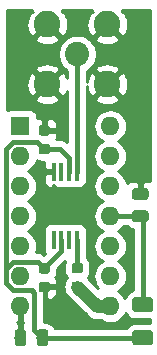
<source format=gbr>
G04 #@! TF.GenerationSoftware,KiCad,Pcbnew,(5.1.4)-1*
G04 #@! TF.CreationDate,2019-09-18T19:17:11-04:00*
G04 #@! TF.ProjectId,clock_buffer,636c6f63-6b5f-4627-9566-6665722e6b69,rev?*
G04 #@! TF.SameCoordinates,Original*
G04 #@! TF.FileFunction,Copper,L1,Top*
G04 #@! TF.FilePolarity,Positive*
%FSLAX46Y46*%
G04 Gerber Fmt 4.6, Leading zero omitted, Abs format (unit mm)*
G04 Created by KiCad (PCBNEW (5.1.4)-1) date 2019-09-18 19:17:11*
%MOMM*%
%LPD*%
G04 APERTURE LIST*
%ADD10C,0.100000*%
%ADD11C,0.875000*%
%ADD12C,0.975000*%
%ADD13R,0.410000X1.570000*%
%ADD14C,1.250000*%
%ADD15O,1.600000X1.600000*%
%ADD16R,1.600000X1.600000*%
%ADD17C,2.250000*%
%ADD18C,2.050000*%
%ADD19C,0.800000*%
%ADD20C,0.400000*%
%ADD21C,1.090000*%
%ADD22C,0.254000*%
G04 APERTURE END LIST*
D10*
G36*
X148613691Y-109063053D02*
G01*
X148634926Y-109066203D01*
X148655750Y-109071419D01*
X148675962Y-109078651D01*
X148695368Y-109087830D01*
X148713781Y-109098866D01*
X148731024Y-109111654D01*
X148746930Y-109126070D01*
X148761346Y-109141976D01*
X148774134Y-109159219D01*
X148785170Y-109177632D01*
X148794349Y-109197038D01*
X148801581Y-109217250D01*
X148806797Y-109238074D01*
X148809947Y-109259309D01*
X148811000Y-109280750D01*
X148811000Y-109718250D01*
X148809947Y-109739691D01*
X148806797Y-109760926D01*
X148801581Y-109781750D01*
X148794349Y-109801962D01*
X148785170Y-109821368D01*
X148774134Y-109839781D01*
X148761346Y-109857024D01*
X148746930Y-109872930D01*
X148731024Y-109887346D01*
X148713781Y-109900134D01*
X148695368Y-109911170D01*
X148675962Y-109920349D01*
X148655750Y-109927581D01*
X148634926Y-109932797D01*
X148613691Y-109935947D01*
X148592250Y-109937000D01*
X148079750Y-109937000D01*
X148058309Y-109935947D01*
X148037074Y-109932797D01*
X148016250Y-109927581D01*
X147996038Y-109920349D01*
X147976632Y-109911170D01*
X147958219Y-109900134D01*
X147940976Y-109887346D01*
X147925070Y-109872930D01*
X147910654Y-109857024D01*
X147897866Y-109839781D01*
X147886830Y-109821368D01*
X147877651Y-109801962D01*
X147870419Y-109781750D01*
X147865203Y-109760926D01*
X147862053Y-109739691D01*
X147861000Y-109718250D01*
X147861000Y-109280750D01*
X147862053Y-109259309D01*
X147865203Y-109238074D01*
X147870419Y-109217250D01*
X147877651Y-109197038D01*
X147886830Y-109177632D01*
X147897866Y-109159219D01*
X147910654Y-109141976D01*
X147925070Y-109126070D01*
X147940976Y-109111654D01*
X147958219Y-109098866D01*
X147976632Y-109087830D01*
X147996038Y-109078651D01*
X148016250Y-109071419D01*
X148037074Y-109066203D01*
X148058309Y-109063053D01*
X148079750Y-109062000D01*
X148592250Y-109062000D01*
X148613691Y-109063053D01*
X148613691Y-109063053D01*
G37*
D11*
X148336000Y-109499500D03*
D10*
G36*
X148613691Y-107488053D02*
G01*
X148634926Y-107491203D01*
X148655750Y-107496419D01*
X148675962Y-107503651D01*
X148695368Y-107512830D01*
X148713781Y-107523866D01*
X148731024Y-107536654D01*
X148746930Y-107551070D01*
X148761346Y-107566976D01*
X148774134Y-107584219D01*
X148785170Y-107602632D01*
X148794349Y-107622038D01*
X148801581Y-107642250D01*
X148806797Y-107663074D01*
X148809947Y-107684309D01*
X148811000Y-107705750D01*
X148811000Y-108143250D01*
X148809947Y-108164691D01*
X148806797Y-108185926D01*
X148801581Y-108206750D01*
X148794349Y-108226962D01*
X148785170Y-108246368D01*
X148774134Y-108264781D01*
X148761346Y-108282024D01*
X148746930Y-108297930D01*
X148731024Y-108312346D01*
X148713781Y-108325134D01*
X148695368Y-108336170D01*
X148675962Y-108345349D01*
X148655750Y-108352581D01*
X148634926Y-108357797D01*
X148613691Y-108360947D01*
X148592250Y-108362000D01*
X148079750Y-108362000D01*
X148058309Y-108360947D01*
X148037074Y-108357797D01*
X148016250Y-108352581D01*
X147996038Y-108345349D01*
X147976632Y-108336170D01*
X147958219Y-108325134D01*
X147940976Y-108312346D01*
X147925070Y-108297930D01*
X147910654Y-108282024D01*
X147897866Y-108264781D01*
X147886830Y-108246368D01*
X147877651Y-108226962D01*
X147870419Y-108206750D01*
X147865203Y-108185926D01*
X147862053Y-108164691D01*
X147861000Y-108143250D01*
X147861000Y-107705750D01*
X147862053Y-107684309D01*
X147865203Y-107663074D01*
X147870419Y-107642250D01*
X147877651Y-107622038D01*
X147886830Y-107602632D01*
X147897866Y-107584219D01*
X147910654Y-107566976D01*
X147925070Y-107551070D01*
X147940976Y-107536654D01*
X147958219Y-107523866D01*
X147976632Y-107512830D01*
X147996038Y-107503651D01*
X148016250Y-107496419D01*
X148037074Y-107491203D01*
X148058309Y-107488053D01*
X148079750Y-107487000D01*
X148592250Y-107487000D01*
X148613691Y-107488053D01*
X148613691Y-107488053D01*
G37*
D11*
X148336000Y-107924500D03*
D10*
G36*
X151407691Y-107462553D02*
G01*
X151428926Y-107465703D01*
X151449750Y-107470919D01*
X151469962Y-107478151D01*
X151489368Y-107487330D01*
X151507781Y-107498366D01*
X151525024Y-107511154D01*
X151540930Y-107525570D01*
X151555346Y-107541476D01*
X151568134Y-107558719D01*
X151579170Y-107577132D01*
X151588349Y-107596538D01*
X151595581Y-107616750D01*
X151600797Y-107637574D01*
X151603947Y-107658809D01*
X151605000Y-107680250D01*
X151605000Y-108117750D01*
X151603947Y-108139191D01*
X151600797Y-108160426D01*
X151595581Y-108181250D01*
X151588349Y-108201462D01*
X151579170Y-108220868D01*
X151568134Y-108239281D01*
X151555346Y-108256524D01*
X151540930Y-108272430D01*
X151525024Y-108286846D01*
X151507781Y-108299634D01*
X151489368Y-108310670D01*
X151469962Y-108319849D01*
X151449750Y-108327081D01*
X151428926Y-108332297D01*
X151407691Y-108335447D01*
X151386250Y-108336500D01*
X150873750Y-108336500D01*
X150852309Y-108335447D01*
X150831074Y-108332297D01*
X150810250Y-108327081D01*
X150790038Y-108319849D01*
X150770632Y-108310670D01*
X150752219Y-108299634D01*
X150734976Y-108286846D01*
X150719070Y-108272430D01*
X150704654Y-108256524D01*
X150691866Y-108239281D01*
X150680830Y-108220868D01*
X150671651Y-108201462D01*
X150664419Y-108181250D01*
X150659203Y-108160426D01*
X150656053Y-108139191D01*
X150655000Y-108117750D01*
X150655000Y-107680250D01*
X150656053Y-107658809D01*
X150659203Y-107637574D01*
X150664419Y-107616750D01*
X150671651Y-107596538D01*
X150680830Y-107577132D01*
X150691866Y-107558719D01*
X150704654Y-107541476D01*
X150719070Y-107525570D01*
X150734976Y-107511154D01*
X150752219Y-107498366D01*
X150770632Y-107487330D01*
X150790038Y-107478151D01*
X150810250Y-107470919D01*
X150831074Y-107465703D01*
X150852309Y-107462553D01*
X150873750Y-107461500D01*
X151386250Y-107461500D01*
X151407691Y-107462553D01*
X151407691Y-107462553D01*
G37*
D11*
X151130000Y-107899000D03*
D10*
G36*
X151407691Y-109037553D02*
G01*
X151428926Y-109040703D01*
X151449750Y-109045919D01*
X151469962Y-109053151D01*
X151489368Y-109062330D01*
X151507781Y-109073366D01*
X151525024Y-109086154D01*
X151540930Y-109100570D01*
X151555346Y-109116476D01*
X151568134Y-109133719D01*
X151579170Y-109152132D01*
X151588349Y-109171538D01*
X151595581Y-109191750D01*
X151600797Y-109212574D01*
X151603947Y-109233809D01*
X151605000Y-109255250D01*
X151605000Y-109692750D01*
X151603947Y-109714191D01*
X151600797Y-109735426D01*
X151595581Y-109756250D01*
X151588349Y-109776462D01*
X151579170Y-109795868D01*
X151568134Y-109814281D01*
X151555346Y-109831524D01*
X151540930Y-109847430D01*
X151525024Y-109861846D01*
X151507781Y-109874634D01*
X151489368Y-109885670D01*
X151469962Y-109894849D01*
X151449750Y-109902081D01*
X151428926Y-109907297D01*
X151407691Y-109910447D01*
X151386250Y-109911500D01*
X150873750Y-109911500D01*
X150852309Y-109910447D01*
X150831074Y-109907297D01*
X150810250Y-109902081D01*
X150790038Y-109894849D01*
X150770632Y-109885670D01*
X150752219Y-109874634D01*
X150734976Y-109861846D01*
X150719070Y-109847430D01*
X150704654Y-109831524D01*
X150691866Y-109814281D01*
X150680830Y-109795868D01*
X150671651Y-109776462D01*
X150664419Y-109756250D01*
X150659203Y-109735426D01*
X150656053Y-109714191D01*
X150655000Y-109692750D01*
X150655000Y-109255250D01*
X150656053Y-109233809D01*
X150659203Y-109212574D01*
X150664419Y-109191750D01*
X150671651Y-109171538D01*
X150680830Y-109152132D01*
X150691866Y-109133719D01*
X150704654Y-109116476D01*
X150719070Y-109100570D01*
X150734976Y-109086154D01*
X150752219Y-109073366D01*
X150770632Y-109062330D01*
X150790038Y-109053151D01*
X150810250Y-109045919D01*
X150831074Y-109040703D01*
X150852309Y-109037553D01*
X150873750Y-109036500D01*
X151386250Y-109036500D01*
X151407691Y-109037553D01*
X151407691Y-109037553D01*
G37*
D11*
X151130000Y-109474000D03*
D10*
G36*
X148613691Y-97379053D02*
G01*
X148634926Y-97382203D01*
X148655750Y-97387419D01*
X148675962Y-97394651D01*
X148695368Y-97403830D01*
X148713781Y-97414866D01*
X148731024Y-97427654D01*
X148746930Y-97442070D01*
X148761346Y-97457976D01*
X148774134Y-97475219D01*
X148785170Y-97493632D01*
X148794349Y-97513038D01*
X148801581Y-97533250D01*
X148806797Y-97554074D01*
X148809947Y-97575309D01*
X148811000Y-97596750D01*
X148811000Y-98034250D01*
X148809947Y-98055691D01*
X148806797Y-98076926D01*
X148801581Y-98097750D01*
X148794349Y-98117962D01*
X148785170Y-98137368D01*
X148774134Y-98155781D01*
X148761346Y-98173024D01*
X148746930Y-98188930D01*
X148731024Y-98203346D01*
X148713781Y-98216134D01*
X148695368Y-98227170D01*
X148675962Y-98236349D01*
X148655750Y-98243581D01*
X148634926Y-98248797D01*
X148613691Y-98251947D01*
X148592250Y-98253000D01*
X148079750Y-98253000D01*
X148058309Y-98251947D01*
X148037074Y-98248797D01*
X148016250Y-98243581D01*
X147996038Y-98236349D01*
X147976632Y-98227170D01*
X147958219Y-98216134D01*
X147940976Y-98203346D01*
X147925070Y-98188930D01*
X147910654Y-98173024D01*
X147897866Y-98155781D01*
X147886830Y-98137368D01*
X147877651Y-98117962D01*
X147870419Y-98097750D01*
X147865203Y-98076926D01*
X147862053Y-98055691D01*
X147861000Y-98034250D01*
X147861000Y-97596750D01*
X147862053Y-97575309D01*
X147865203Y-97554074D01*
X147870419Y-97533250D01*
X147877651Y-97513038D01*
X147886830Y-97493632D01*
X147897866Y-97475219D01*
X147910654Y-97457976D01*
X147925070Y-97442070D01*
X147940976Y-97427654D01*
X147958219Y-97414866D01*
X147976632Y-97403830D01*
X147996038Y-97394651D01*
X148016250Y-97387419D01*
X148037074Y-97382203D01*
X148058309Y-97379053D01*
X148079750Y-97378000D01*
X148592250Y-97378000D01*
X148613691Y-97379053D01*
X148613691Y-97379053D01*
G37*
D11*
X148336000Y-97815500D03*
D10*
G36*
X148613691Y-95804053D02*
G01*
X148634926Y-95807203D01*
X148655750Y-95812419D01*
X148675962Y-95819651D01*
X148695368Y-95828830D01*
X148713781Y-95839866D01*
X148731024Y-95852654D01*
X148746930Y-95867070D01*
X148761346Y-95882976D01*
X148774134Y-95900219D01*
X148785170Y-95918632D01*
X148794349Y-95938038D01*
X148801581Y-95958250D01*
X148806797Y-95979074D01*
X148809947Y-96000309D01*
X148811000Y-96021750D01*
X148811000Y-96459250D01*
X148809947Y-96480691D01*
X148806797Y-96501926D01*
X148801581Y-96522750D01*
X148794349Y-96542962D01*
X148785170Y-96562368D01*
X148774134Y-96580781D01*
X148761346Y-96598024D01*
X148746930Y-96613930D01*
X148731024Y-96628346D01*
X148713781Y-96641134D01*
X148695368Y-96652170D01*
X148675962Y-96661349D01*
X148655750Y-96668581D01*
X148634926Y-96673797D01*
X148613691Y-96676947D01*
X148592250Y-96678000D01*
X148079750Y-96678000D01*
X148058309Y-96676947D01*
X148037074Y-96673797D01*
X148016250Y-96668581D01*
X147996038Y-96661349D01*
X147976632Y-96652170D01*
X147958219Y-96641134D01*
X147940976Y-96628346D01*
X147925070Y-96613930D01*
X147910654Y-96598024D01*
X147897866Y-96580781D01*
X147886830Y-96562368D01*
X147877651Y-96542962D01*
X147870419Y-96522750D01*
X147865203Y-96501926D01*
X147862053Y-96480691D01*
X147861000Y-96459250D01*
X147861000Y-96021750D01*
X147862053Y-96000309D01*
X147865203Y-95979074D01*
X147870419Y-95958250D01*
X147877651Y-95938038D01*
X147886830Y-95918632D01*
X147897866Y-95900219D01*
X147910654Y-95882976D01*
X147925070Y-95867070D01*
X147940976Y-95852654D01*
X147958219Y-95839866D01*
X147976632Y-95828830D01*
X147996038Y-95819651D01*
X148016250Y-95812419D01*
X148037074Y-95807203D01*
X148058309Y-95804053D01*
X148079750Y-95803000D01*
X148592250Y-95803000D01*
X148613691Y-95804053D01*
X148613691Y-95804053D01*
G37*
D11*
X148336000Y-96240500D03*
D10*
G36*
X146571642Y-113093174D02*
G01*
X146595303Y-113096684D01*
X146618507Y-113102496D01*
X146641029Y-113110554D01*
X146662653Y-113120782D01*
X146683170Y-113133079D01*
X146702383Y-113147329D01*
X146720107Y-113163393D01*
X146736171Y-113181117D01*
X146750421Y-113200330D01*
X146762718Y-113220847D01*
X146772946Y-113242471D01*
X146781004Y-113264993D01*
X146786816Y-113288197D01*
X146790326Y-113311858D01*
X146791500Y-113335750D01*
X146791500Y-114248250D01*
X146790326Y-114272142D01*
X146786816Y-114295803D01*
X146781004Y-114319007D01*
X146772946Y-114341529D01*
X146762718Y-114363153D01*
X146750421Y-114383670D01*
X146736171Y-114402883D01*
X146720107Y-114420607D01*
X146702383Y-114436671D01*
X146683170Y-114450921D01*
X146662653Y-114463218D01*
X146641029Y-114473446D01*
X146618507Y-114481504D01*
X146595303Y-114487316D01*
X146571642Y-114490826D01*
X146547750Y-114492000D01*
X146060250Y-114492000D01*
X146036358Y-114490826D01*
X146012697Y-114487316D01*
X145989493Y-114481504D01*
X145966971Y-114473446D01*
X145945347Y-114463218D01*
X145924830Y-114450921D01*
X145905617Y-114436671D01*
X145887893Y-114420607D01*
X145871829Y-114402883D01*
X145857579Y-114383670D01*
X145845282Y-114363153D01*
X145835054Y-114341529D01*
X145826996Y-114319007D01*
X145821184Y-114295803D01*
X145817674Y-114272142D01*
X145816500Y-114248250D01*
X145816500Y-113335750D01*
X145817674Y-113311858D01*
X145821184Y-113288197D01*
X145826996Y-113264993D01*
X145835054Y-113242471D01*
X145845282Y-113220847D01*
X145857579Y-113200330D01*
X145871829Y-113181117D01*
X145887893Y-113163393D01*
X145905617Y-113147329D01*
X145924830Y-113133079D01*
X145945347Y-113120782D01*
X145966971Y-113110554D01*
X145989493Y-113102496D01*
X146012697Y-113096684D01*
X146036358Y-113093174D01*
X146060250Y-113092000D01*
X146547750Y-113092000D01*
X146571642Y-113093174D01*
X146571642Y-113093174D01*
G37*
D12*
X146304000Y-113792000D03*
D10*
G36*
X148446642Y-113093174D02*
G01*
X148470303Y-113096684D01*
X148493507Y-113102496D01*
X148516029Y-113110554D01*
X148537653Y-113120782D01*
X148558170Y-113133079D01*
X148577383Y-113147329D01*
X148595107Y-113163393D01*
X148611171Y-113181117D01*
X148625421Y-113200330D01*
X148637718Y-113220847D01*
X148647946Y-113242471D01*
X148656004Y-113264993D01*
X148661816Y-113288197D01*
X148665326Y-113311858D01*
X148666500Y-113335750D01*
X148666500Y-114248250D01*
X148665326Y-114272142D01*
X148661816Y-114295803D01*
X148656004Y-114319007D01*
X148647946Y-114341529D01*
X148637718Y-114363153D01*
X148625421Y-114383670D01*
X148611171Y-114402883D01*
X148595107Y-114420607D01*
X148577383Y-114436671D01*
X148558170Y-114450921D01*
X148537653Y-114463218D01*
X148516029Y-114473446D01*
X148493507Y-114481504D01*
X148470303Y-114487316D01*
X148446642Y-114490826D01*
X148422750Y-114492000D01*
X147935250Y-114492000D01*
X147911358Y-114490826D01*
X147887697Y-114487316D01*
X147864493Y-114481504D01*
X147841971Y-114473446D01*
X147820347Y-114463218D01*
X147799830Y-114450921D01*
X147780617Y-114436671D01*
X147762893Y-114420607D01*
X147746829Y-114402883D01*
X147732579Y-114383670D01*
X147720282Y-114363153D01*
X147710054Y-114341529D01*
X147701996Y-114319007D01*
X147696184Y-114295803D01*
X147692674Y-114272142D01*
X147691500Y-114248250D01*
X147691500Y-113335750D01*
X147692674Y-113311858D01*
X147696184Y-113288197D01*
X147701996Y-113264993D01*
X147710054Y-113242471D01*
X147720282Y-113220847D01*
X147732579Y-113200330D01*
X147746829Y-113181117D01*
X147762893Y-113163393D01*
X147780617Y-113147329D01*
X147799830Y-113133079D01*
X147820347Y-113120782D01*
X147841971Y-113110554D01*
X147864493Y-113102496D01*
X147887697Y-113096684D01*
X147911358Y-113093174D01*
X147935250Y-113092000D01*
X148422750Y-113092000D01*
X148446642Y-113093174D01*
X148446642Y-113093174D01*
G37*
D12*
X148179000Y-113792000D03*
D10*
G36*
X156944142Y-101143674D02*
G01*
X156967803Y-101147184D01*
X156991007Y-101152996D01*
X157013529Y-101161054D01*
X157035153Y-101171282D01*
X157055670Y-101183579D01*
X157074883Y-101197829D01*
X157092607Y-101213893D01*
X157108671Y-101231617D01*
X157122921Y-101250830D01*
X157135218Y-101271347D01*
X157145446Y-101292971D01*
X157153504Y-101315493D01*
X157159316Y-101338697D01*
X157162826Y-101362358D01*
X157164000Y-101386250D01*
X157164000Y-101873750D01*
X157162826Y-101897642D01*
X157159316Y-101921303D01*
X157153504Y-101944507D01*
X157145446Y-101967029D01*
X157135218Y-101988653D01*
X157122921Y-102009170D01*
X157108671Y-102028383D01*
X157092607Y-102046107D01*
X157074883Y-102062171D01*
X157055670Y-102076421D01*
X157035153Y-102088718D01*
X157013529Y-102098946D01*
X156991007Y-102107004D01*
X156967803Y-102112816D01*
X156944142Y-102116326D01*
X156920250Y-102117500D01*
X156007750Y-102117500D01*
X155983858Y-102116326D01*
X155960197Y-102112816D01*
X155936993Y-102107004D01*
X155914471Y-102098946D01*
X155892847Y-102088718D01*
X155872330Y-102076421D01*
X155853117Y-102062171D01*
X155835393Y-102046107D01*
X155819329Y-102028383D01*
X155805079Y-102009170D01*
X155792782Y-101988653D01*
X155782554Y-101967029D01*
X155774496Y-101944507D01*
X155768684Y-101921303D01*
X155765174Y-101897642D01*
X155764000Y-101873750D01*
X155764000Y-101386250D01*
X155765174Y-101362358D01*
X155768684Y-101338697D01*
X155774496Y-101315493D01*
X155782554Y-101292971D01*
X155792782Y-101271347D01*
X155805079Y-101250830D01*
X155819329Y-101231617D01*
X155835393Y-101213893D01*
X155853117Y-101197829D01*
X155872330Y-101183579D01*
X155892847Y-101171282D01*
X155914471Y-101161054D01*
X155936993Y-101152996D01*
X155960197Y-101147184D01*
X155983858Y-101143674D01*
X156007750Y-101142500D01*
X156920250Y-101142500D01*
X156944142Y-101143674D01*
X156944142Y-101143674D01*
G37*
D12*
X156464000Y-101630000D03*
D10*
G36*
X156944142Y-103018674D02*
G01*
X156967803Y-103022184D01*
X156991007Y-103027996D01*
X157013529Y-103036054D01*
X157035153Y-103046282D01*
X157055670Y-103058579D01*
X157074883Y-103072829D01*
X157092607Y-103088893D01*
X157108671Y-103106617D01*
X157122921Y-103125830D01*
X157135218Y-103146347D01*
X157145446Y-103167971D01*
X157153504Y-103190493D01*
X157159316Y-103213697D01*
X157162826Y-103237358D01*
X157164000Y-103261250D01*
X157164000Y-103748750D01*
X157162826Y-103772642D01*
X157159316Y-103796303D01*
X157153504Y-103819507D01*
X157145446Y-103842029D01*
X157135218Y-103863653D01*
X157122921Y-103884170D01*
X157108671Y-103903383D01*
X157092607Y-103921107D01*
X157074883Y-103937171D01*
X157055670Y-103951421D01*
X157035153Y-103963718D01*
X157013529Y-103973946D01*
X156991007Y-103982004D01*
X156967803Y-103987816D01*
X156944142Y-103991326D01*
X156920250Y-103992500D01*
X156007750Y-103992500D01*
X155983858Y-103991326D01*
X155960197Y-103987816D01*
X155936993Y-103982004D01*
X155914471Y-103973946D01*
X155892847Y-103963718D01*
X155872330Y-103951421D01*
X155853117Y-103937171D01*
X155835393Y-103921107D01*
X155819329Y-103903383D01*
X155805079Y-103884170D01*
X155792782Y-103863653D01*
X155782554Y-103842029D01*
X155774496Y-103819507D01*
X155768684Y-103796303D01*
X155765174Y-103772642D01*
X155764000Y-103748750D01*
X155764000Y-103261250D01*
X155765174Y-103237358D01*
X155768684Y-103213697D01*
X155774496Y-103190493D01*
X155782554Y-103167971D01*
X155792782Y-103146347D01*
X155805079Y-103125830D01*
X155819329Y-103106617D01*
X155835393Y-103088893D01*
X155853117Y-103072829D01*
X155872330Y-103058579D01*
X155892847Y-103046282D01*
X155914471Y-103036054D01*
X155936993Y-103027996D01*
X155960197Y-103022184D01*
X155983858Y-103018674D01*
X156007750Y-103017500D01*
X156920250Y-103017500D01*
X156944142Y-103018674D01*
X156944142Y-103018674D01*
G37*
D12*
X156464000Y-103505000D03*
D13*
X151089000Y-105486000D03*
X150439000Y-105486000D03*
X149789000Y-105486000D03*
X149139000Y-105486000D03*
X149139000Y-99746000D03*
X149789000Y-99746000D03*
X150439000Y-99746000D03*
X151089000Y-99746000D03*
D10*
G36*
X157304004Y-113168204D02*
G01*
X157328273Y-113171804D01*
X157352071Y-113177765D01*
X157375171Y-113186030D01*
X157397349Y-113196520D01*
X157418393Y-113209133D01*
X157438098Y-113223747D01*
X157456277Y-113240223D01*
X157472753Y-113258402D01*
X157487367Y-113278107D01*
X157499980Y-113299151D01*
X157510470Y-113321329D01*
X157518735Y-113344429D01*
X157524696Y-113368227D01*
X157528296Y-113392496D01*
X157529500Y-113417000D01*
X157529500Y-114167000D01*
X157528296Y-114191504D01*
X157524696Y-114215773D01*
X157518735Y-114239571D01*
X157510470Y-114262671D01*
X157499980Y-114284849D01*
X157487367Y-114305893D01*
X157472753Y-114325598D01*
X157456277Y-114343777D01*
X157438098Y-114360253D01*
X157418393Y-114374867D01*
X157397349Y-114387480D01*
X157375171Y-114397970D01*
X157352071Y-114406235D01*
X157328273Y-114412196D01*
X157304004Y-114415796D01*
X157279500Y-114417000D01*
X156029500Y-114417000D01*
X156004996Y-114415796D01*
X155980727Y-114412196D01*
X155956929Y-114406235D01*
X155933829Y-114397970D01*
X155911651Y-114387480D01*
X155890607Y-114374867D01*
X155870902Y-114360253D01*
X155852723Y-114343777D01*
X155836247Y-114325598D01*
X155821633Y-114305893D01*
X155809020Y-114284849D01*
X155798530Y-114262671D01*
X155790265Y-114239571D01*
X155784304Y-114215773D01*
X155780704Y-114191504D01*
X155779500Y-114167000D01*
X155779500Y-113417000D01*
X155780704Y-113392496D01*
X155784304Y-113368227D01*
X155790265Y-113344429D01*
X155798530Y-113321329D01*
X155809020Y-113299151D01*
X155821633Y-113278107D01*
X155836247Y-113258402D01*
X155852723Y-113240223D01*
X155870902Y-113223747D01*
X155890607Y-113209133D01*
X155911651Y-113196520D01*
X155933829Y-113186030D01*
X155956929Y-113177765D01*
X155980727Y-113171804D01*
X156004996Y-113168204D01*
X156029500Y-113167000D01*
X157279500Y-113167000D01*
X157304004Y-113168204D01*
X157304004Y-113168204D01*
G37*
D14*
X156654500Y-113792000D03*
D10*
G36*
X157304004Y-110368204D02*
G01*
X157328273Y-110371804D01*
X157352071Y-110377765D01*
X157375171Y-110386030D01*
X157397349Y-110396520D01*
X157418393Y-110409133D01*
X157438098Y-110423747D01*
X157456277Y-110440223D01*
X157472753Y-110458402D01*
X157487367Y-110478107D01*
X157499980Y-110499151D01*
X157510470Y-110521329D01*
X157518735Y-110544429D01*
X157524696Y-110568227D01*
X157528296Y-110592496D01*
X157529500Y-110617000D01*
X157529500Y-111367000D01*
X157528296Y-111391504D01*
X157524696Y-111415773D01*
X157518735Y-111439571D01*
X157510470Y-111462671D01*
X157499980Y-111484849D01*
X157487367Y-111505893D01*
X157472753Y-111525598D01*
X157456277Y-111543777D01*
X157438098Y-111560253D01*
X157418393Y-111574867D01*
X157397349Y-111587480D01*
X157375171Y-111597970D01*
X157352071Y-111606235D01*
X157328273Y-111612196D01*
X157304004Y-111615796D01*
X157279500Y-111617000D01*
X156029500Y-111617000D01*
X156004996Y-111615796D01*
X155980727Y-111612196D01*
X155956929Y-111606235D01*
X155933829Y-111597970D01*
X155911651Y-111587480D01*
X155890607Y-111574867D01*
X155870902Y-111560253D01*
X155852723Y-111543777D01*
X155836247Y-111525598D01*
X155821633Y-111505893D01*
X155809020Y-111484849D01*
X155798530Y-111462671D01*
X155790265Y-111439571D01*
X155784304Y-111415773D01*
X155780704Y-111391504D01*
X155779500Y-111367000D01*
X155779500Y-110617000D01*
X155780704Y-110592496D01*
X155784304Y-110568227D01*
X155790265Y-110544429D01*
X155798530Y-110521329D01*
X155809020Y-110499151D01*
X155821633Y-110478107D01*
X155836247Y-110458402D01*
X155852723Y-110440223D01*
X155870902Y-110423747D01*
X155890607Y-110409133D01*
X155911651Y-110396520D01*
X155933829Y-110386030D01*
X155956929Y-110377765D01*
X155980727Y-110371804D01*
X156004996Y-110368204D01*
X156029500Y-110367000D01*
X157279500Y-110367000D01*
X157304004Y-110368204D01*
X157304004Y-110368204D01*
G37*
D14*
X156654500Y-110992000D03*
D15*
X153924000Y-95885000D03*
X146304000Y-111125000D03*
X153924000Y-98425000D03*
X146304000Y-108585000D03*
X153924000Y-100965000D03*
X146304000Y-106045000D03*
X153924000Y-103505000D03*
X146304000Y-103505000D03*
X153924000Y-106045000D03*
X146304000Y-100965000D03*
X153924000Y-108585000D03*
X146304000Y-98425000D03*
X153924000Y-111125000D03*
D16*
X146304000Y-95885000D03*
D17*
X148590000Y-92329000D03*
X148590000Y-87249000D03*
X153670000Y-87249000D03*
X153670000Y-92329000D03*
D18*
X151130000Y-89789000D03*
D19*
X155448000Y-107442000D03*
X149098000Y-112268000D03*
D20*
X156654500Y-103695500D02*
X156464000Y-103505000D01*
X156654500Y-110992000D02*
X156654500Y-103695500D01*
X156464000Y-103505000D02*
X153924000Y-103505000D01*
X149789000Y-106471500D02*
X148336000Y-107924500D01*
X149789000Y-105486000D02*
X149789000Y-106471500D01*
X147874388Y-107462888D02*
X148336000Y-107924500D01*
X147796499Y-107384999D02*
X147874388Y-107462888D01*
X145727999Y-107384999D02*
X147796499Y-107384999D01*
X145103999Y-108008999D02*
X145727999Y-107384999D01*
X147271441Y-109785001D02*
X145727999Y-109785001D01*
X147504001Y-110017561D02*
X147271441Y-109785001D01*
X145727999Y-109785001D02*
X145103999Y-109161001D01*
X147504001Y-113117001D02*
X147504001Y-110017561D01*
X148179000Y-113792000D02*
X147504001Y-113117001D01*
X148766500Y-113792000D02*
X156654500Y-113792000D01*
X148179000Y-113792000D02*
X148766500Y-113792000D01*
X147874388Y-97353888D02*
X148336000Y-97815500D01*
X145727999Y-97224999D02*
X147745499Y-97224999D01*
X147745499Y-97224999D02*
X147874388Y-97353888D01*
X145103999Y-97848999D02*
X145727999Y-97224999D01*
X145103999Y-108273999D02*
X145103999Y-97848999D01*
X145103999Y-108273999D02*
X145103999Y-108008999D01*
X145103999Y-109161001D02*
X145103999Y-108273999D01*
X149693500Y-97815500D02*
X148336000Y-97815500D01*
X150439000Y-98561000D02*
X149693500Y-97815500D01*
X150439000Y-99746000D02*
X150439000Y-98561000D01*
X151089000Y-89830000D02*
X151130000Y-89789000D01*
X151089000Y-99746000D02*
X151089000Y-89830000D01*
D21*
X152781000Y-111125000D02*
X151130000Y-109474000D01*
X153924000Y-111125000D02*
X152781000Y-111125000D01*
D20*
X151089000Y-107858000D02*
X151130000Y-107899000D01*
X151089000Y-105486000D02*
X151089000Y-107858000D01*
D22*
G36*
X146431000Y-110998000D02*
G01*
X146451000Y-110998000D01*
X146451000Y-111252000D01*
X146431000Y-111252000D01*
X146431000Y-112395624D01*
X146573363Y-112473387D01*
X146431000Y-112615750D01*
X146431000Y-113665000D01*
X146451000Y-113665000D01*
X146451000Y-113919000D01*
X146431000Y-113919000D01*
X146431000Y-113939000D01*
X146177000Y-113939000D01*
X146177000Y-113919000D01*
X146157000Y-113919000D01*
X146157000Y-113665000D01*
X146177000Y-113665000D01*
X146177000Y-112615750D01*
X146034637Y-112473387D01*
X146177000Y-112395624D01*
X146177000Y-111252000D01*
X146157000Y-111252000D01*
X146157000Y-110998000D01*
X146177000Y-110998000D01*
X146177000Y-110978000D01*
X146431000Y-110978000D01*
X146431000Y-110998000D01*
X146431000Y-110998000D01*
G37*
X146431000Y-110998000D02*
X146451000Y-110998000D01*
X146451000Y-111252000D01*
X146431000Y-111252000D01*
X146431000Y-112395624D01*
X146573363Y-112473387D01*
X146431000Y-112615750D01*
X146431000Y-113665000D01*
X146451000Y-113665000D01*
X146451000Y-113919000D01*
X146431000Y-113919000D01*
X146431000Y-113939000D01*
X146177000Y-113939000D01*
X146177000Y-113919000D01*
X146157000Y-113919000D01*
X146157000Y-113665000D01*
X146177000Y-113665000D01*
X146177000Y-112615750D01*
X146034637Y-112473387D01*
X146177000Y-112395624D01*
X146177000Y-111252000D01*
X146157000Y-111252000D01*
X146157000Y-110998000D01*
X146177000Y-110998000D01*
X146177000Y-110978000D01*
X146431000Y-110978000D01*
X146431000Y-110998000D01*
G36*
X150089577Y-107355435D02*
G01*
X150041276Y-107514661D01*
X150024967Y-107680250D01*
X150024967Y-108117750D01*
X150041276Y-108283339D01*
X150089577Y-108442565D01*
X150168013Y-108589309D01*
X150247776Y-108686500D01*
X150168013Y-108783691D01*
X150089577Y-108930435D01*
X150086888Y-108939301D01*
X150041975Y-109023326D01*
X149974959Y-109244248D01*
X149952331Y-109474000D01*
X149974959Y-109703752D01*
X150041975Y-109924674D01*
X150086888Y-110008699D01*
X150089577Y-110017565D01*
X150168013Y-110164309D01*
X150273570Y-110292930D01*
X150373404Y-110374862D01*
X151911566Y-111913024D01*
X151948262Y-111957738D01*
X152126722Y-112104197D01*
X152268622Y-112180044D01*
X152330325Y-112213025D01*
X152551247Y-112280041D01*
X152573021Y-112282185D01*
X152723433Y-112297000D01*
X152723440Y-112297000D01*
X152781000Y-112302669D01*
X152838560Y-112297000D01*
X153102694Y-112297000D01*
X153127366Y-112317248D01*
X153375269Y-112449755D01*
X153644259Y-112531352D01*
X153853902Y-112552000D01*
X153994098Y-112552000D01*
X154203741Y-112531352D01*
X154472731Y-112449755D01*
X154720634Y-112317248D01*
X154937923Y-112138923D01*
X155116248Y-111921634D01*
X155224576Y-111718966D01*
X155297779Y-111855920D01*
X155407223Y-111989277D01*
X155540580Y-112098721D01*
X155692726Y-112180044D01*
X155857814Y-112230123D01*
X156029500Y-112247033D01*
X157279500Y-112247033D01*
X157301001Y-112244915D01*
X157301001Y-112539085D01*
X157279500Y-112536967D01*
X156029500Y-112536967D01*
X155857814Y-112553877D01*
X155692726Y-112603956D01*
X155540580Y-112685279D01*
X155407223Y-112794723D01*
X155297779Y-112928080D01*
X155278045Y-112965000D01*
X149210581Y-112965000D01*
X149149274Y-112850302D01*
X149040608Y-112717892D01*
X148908198Y-112609226D01*
X148757132Y-112528480D01*
X148593217Y-112478756D01*
X148422750Y-112461967D01*
X148331001Y-112461967D01*
X148331001Y-110058175D01*
X148335001Y-110017561D01*
X148331001Y-109976947D01*
X148331001Y-109976937D01*
X148319035Y-109855441D01*
X148271746Y-109699551D01*
X148232700Y-109626500D01*
X148463000Y-109626500D01*
X148463000Y-110413250D01*
X148621750Y-110572000D01*
X148811000Y-110575072D01*
X148935482Y-110562812D01*
X149055180Y-110526502D01*
X149165494Y-110467537D01*
X149262185Y-110388185D01*
X149341537Y-110291494D01*
X149400502Y-110181180D01*
X149436812Y-110061482D01*
X149449072Y-109937000D01*
X149446000Y-109785250D01*
X149287250Y-109626500D01*
X148463000Y-109626500D01*
X148232700Y-109626500D01*
X148194953Y-109555882D01*
X148189000Y-109548628D01*
X148189000Y-109372500D01*
X148209000Y-109372500D01*
X148209000Y-109352500D01*
X148463000Y-109352500D01*
X148463000Y-109372500D01*
X149287250Y-109372500D01*
X149446000Y-109213750D01*
X149449072Y-109062000D01*
X149436812Y-108937518D01*
X149400502Y-108817820D01*
X149341537Y-108707506D01*
X149281725Y-108634624D01*
X149297987Y-108614809D01*
X149376423Y-108468065D01*
X149424724Y-108308839D01*
X149441033Y-108143250D01*
X149441033Y-107989021D01*
X150106752Y-107323302D01*
X150089577Y-107355435D01*
X150089577Y-107355435D01*
G37*
X150089577Y-107355435D02*
X150041276Y-107514661D01*
X150024967Y-107680250D01*
X150024967Y-108117750D01*
X150041276Y-108283339D01*
X150089577Y-108442565D01*
X150168013Y-108589309D01*
X150247776Y-108686500D01*
X150168013Y-108783691D01*
X150089577Y-108930435D01*
X150086888Y-108939301D01*
X150041975Y-109023326D01*
X149974959Y-109244248D01*
X149952331Y-109474000D01*
X149974959Y-109703752D01*
X150041975Y-109924674D01*
X150086888Y-110008699D01*
X150089577Y-110017565D01*
X150168013Y-110164309D01*
X150273570Y-110292930D01*
X150373404Y-110374862D01*
X151911566Y-111913024D01*
X151948262Y-111957738D01*
X152126722Y-112104197D01*
X152268622Y-112180044D01*
X152330325Y-112213025D01*
X152551247Y-112280041D01*
X152573021Y-112282185D01*
X152723433Y-112297000D01*
X152723440Y-112297000D01*
X152781000Y-112302669D01*
X152838560Y-112297000D01*
X153102694Y-112297000D01*
X153127366Y-112317248D01*
X153375269Y-112449755D01*
X153644259Y-112531352D01*
X153853902Y-112552000D01*
X153994098Y-112552000D01*
X154203741Y-112531352D01*
X154472731Y-112449755D01*
X154720634Y-112317248D01*
X154937923Y-112138923D01*
X155116248Y-111921634D01*
X155224576Y-111718966D01*
X155297779Y-111855920D01*
X155407223Y-111989277D01*
X155540580Y-112098721D01*
X155692726Y-112180044D01*
X155857814Y-112230123D01*
X156029500Y-112247033D01*
X157279500Y-112247033D01*
X157301001Y-112244915D01*
X157301001Y-112539085D01*
X157279500Y-112536967D01*
X156029500Y-112536967D01*
X155857814Y-112553877D01*
X155692726Y-112603956D01*
X155540580Y-112685279D01*
X155407223Y-112794723D01*
X155297779Y-112928080D01*
X155278045Y-112965000D01*
X149210581Y-112965000D01*
X149149274Y-112850302D01*
X149040608Y-112717892D01*
X148908198Y-112609226D01*
X148757132Y-112528480D01*
X148593217Y-112478756D01*
X148422750Y-112461967D01*
X148331001Y-112461967D01*
X148331001Y-110058175D01*
X148335001Y-110017561D01*
X148331001Y-109976947D01*
X148331001Y-109976937D01*
X148319035Y-109855441D01*
X148271746Y-109699551D01*
X148232700Y-109626500D01*
X148463000Y-109626500D01*
X148463000Y-110413250D01*
X148621750Y-110572000D01*
X148811000Y-110575072D01*
X148935482Y-110562812D01*
X149055180Y-110526502D01*
X149165494Y-110467537D01*
X149262185Y-110388185D01*
X149341537Y-110291494D01*
X149400502Y-110181180D01*
X149436812Y-110061482D01*
X149449072Y-109937000D01*
X149446000Y-109785250D01*
X149287250Y-109626500D01*
X148463000Y-109626500D01*
X148232700Y-109626500D01*
X148194953Y-109555882D01*
X148189000Y-109548628D01*
X148189000Y-109372500D01*
X148209000Y-109372500D01*
X148209000Y-109352500D01*
X148463000Y-109352500D01*
X148463000Y-109372500D01*
X149287250Y-109372500D01*
X149446000Y-109213750D01*
X149449072Y-109062000D01*
X149436812Y-108937518D01*
X149400502Y-108817820D01*
X149341537Y-108707506D01*
X149281725Y-108634624D01*
X149297987Y-108614809D01*
X149376423Y-108468065D01*
X149424724Y-108308839D01*
X149441033Y-108143250D01*
X149441033Y-107989021D01*
X150106752Y-107323302D01*
X150089577Y-107355435D01*
G36*
X155389892Y-104366608D02*
G01*
X155522302Y-104475274D01*
X155673368Y-104556020D01*
X155827501Y-104602777D01*
X155827500Y-109763073D01*
X155692726Y-109803956D01*
X155540580Y-109885279D01*
X155407223Y-109994723D01*
X155297779Y-110128080D01*
X155216456Y-110280226D01*
X155170860Y-110430537D01*
X155116248Y-110328366D01*
X154937923Y-110111077D01*
X154720634Y-109932752D01*
X154575170Y-109855000D01*
X154720634Y-109777248D01*
X154937923Y-109598923D01*
X155116248Y-109381634D01*
X155248755Y-109133731D01*
X155330352Y-108864741D01*
X155357904Y-108585000D01*
X155330352Y-108305259D01*
X155248755Y-108036269D01*
X155116248Y-107788366D01*
X154937923Y-107571077D01*
X154720634Y-107392752D01*
X154575170Y-107315000D01*
X154720634Y-107237248D01*
X154937923Y-107058923D01*
X155116248Y-106841634D01*
X155248755Y-106593731D01*
X155330352Y-106324741D01*
X155357904Y-106045000D01*
X155330352Y-105765259D01*
X155248755Y-105496269D01*
X155116248Y-105248366D01*
X154937923Y-105031077D01*
X154720634Y-104852752D01*
X154575170Y-104775000D01*
X154720634Y-104697248D01*
X154937923Y-104518923D01*
X155091327Y-104332000D01*
X155361490Y-104332000D01*
X155389892Y-104366608D01*
X155389892Y-104366608D01*
G37*
X155389892Y-104366608D02*
X155522302Y-104475274D01*
X155673368Y-104556020D01*
X155827501Y-104602777D01*
X155827500Y-109763073D01*
X155692726Y-109803956D01*
X155540580Y-109885279D01*
X155407223Y-109994723D01*
X155297779Y-110128080D01*
X155216456Y-110280226D01*
X155170860Y-110430537D01*
X155116248Y-110328366D01*
X154937923Y-110111077D01*
X154720634Y-109932752D01*
X154575170Y-109855000D01*
X154720634Y-109777248D01*
X154937923Y-109598923D01*
X155116248Y-109381634D01*
X155248755Y-109133731D01*
X155330352Y-108864741D01*
X155357904Y-108585000D01*
X155330352Y-108305259D01*
X155248755Y-108036269D01*
X155116248Y-107788366D01*
X154937923Y-107571077D01*
X154720634Y-107392752D01*
X154575170Y-107315000D01*
X154720634Y-107237248D01*
X154937923Y-107058923D01*
X155116248Y-106841634D01*
X155248755Y-106593731D01*
X155330352Y-106324741D01*
X155357904Y-106045000D01*
X155330352Y-105765259D01*
X155248755Y-105496269D01*
X155116248Y-105248366D01*
X154937923Y-105031077D01*
X154720634Y-104852752D01*
X154575170Y-104775000D01*
X154720634Y-104697248D01*
X154937923Y-104518923D01*
X155091327Y-104332000D01*
X155361490Y-104332000D01*
X155389892Y-104366608D01*
G36*
X147250101Y-86088709D02*
G01*
X147365467Y-86204075D01*
X147088286Y-86314921D01*
X146934911Y-86625840D01*
X146845140Y-86960705D01*
X146822424Y-87306650D01*
X146867634Y-87650380D01*
X146979034Y-87978685D01*
X147088286Y-88183079D01*
X147365469Y-88293926D01*
X148410395Y-87249000D01*
X148396253Y-87234858D01*
X148575858Y-87055253D01*
X148590000Y-87069395D01*
X148604143Y-87055253D01*
X148783748Y-87234858D01*
X148769605Y-87249000D01*
X149814531Y-88293926D01*
X150091714Y-88183079D01*
X150245089Y-87872160D01*
X150334860Y-87537295D01*
X150357576Y-87191350D01*
X150312366Y-86847620D01*
X150200966Y-86519315D01*
X150091714Y-86314921D01*
X149814533Y-86204075D01*
X149929899Y-86088709D01*
X149872190Y-86031000D01*
X152387810Y-86031000D01*
X152330101Y-86088709D01*
X152445467Y-86204075D01*
X152168286Y-86314921D01*
X152014911Y-86625840D01*
X151925140Y-86960705D01*
X151902424Y-87306650D01*
X151947634Y-87650380D01*
X152059034Y-87978685D01*
X152168286Y-88183079D01*
X152445469Y-88293926D01*
X153490395Y-87249000D01*
X153476253Y-87234858D01*
X153655858Y-87055253D01*
X153670000Y-87069395D01*
X153684143Y-87055253D01*
X153863748Y-87234858D01*
X153849605Y-87249000D01*
X154894531Y-88293926D01*
X155171714Y-88183079D01*
X155325089Y-87872160D01*
X155414860Y-87537295D01*
X155437576Y-87191350D01*
X155392366Y-86847620D01*
X155280966Y-86519315D01*
X155171714Y-86314921D01*
X154894533Y-86204075D01*
X155009899Y-86088709D01*
X154952190Y-86031000D01*
X157301000Y-86031000D01*
X157301001Y-100520485D01*
X157288482Y-100516688D01*
X157164000Y-100504428D01*
X156749750Y-100507500D01*
X156591000Y-100666250D01*
X156591000Y-101503000D01*
X156611000Y-101503000D01*
X156611000Y-101757000D01*
X156591000Y-101757000D01*
X156591000Y-101777000D01*
X156337000Y-101777000D01*
X156337000Y-101757000D01*
X156317000Y-101757000D01*
X156317000Y-101503000D01*
X156337000Y-101503000D01*
X156337000Y-100666250D01*
X156178250Y-100507500D01*
X155764000Y-100504428D01*
X155639518Y-100516688D01*
X155519820Y-100552998D01*
X155409506Y-100611963D01*
X155328327Y-100678584D01*
X155248755Y-100416269D01*
X155116248Y-100168366D01*
X154937923Y-99951077D01*
X154720634Y-99772752D01*
X154575170Y-99695000D01*
X154720634Y-99617248D01*
X154937923Y-99438923D01*
X155116248Y-99221634D01*
X155248755Y-98973731D01*
X155330352Y-98704741D01*
X155357904Y-98425000D01*
X155330352Y-98145259D01*
X155248755Y-97876269D01*
X155116248Y-97628366D01*
X154937923Y-97411077D01*
X154720634Y-97232752D01*
X154575170Y-97155000D01*
X154720634Y-97077248D01*
X154937923Y-96898923D01*
X155116248Y-96681634D01*
X155248755Y-96433731D01*
X155330352Y-96164741D01*
X155357904Y-95885000D01*
X155330352Y-95605259D01*
X155248755Y-95336269D01*
X155116248Y-95088366D01*
X154937923Y-94871077D01*
X154720634Y-94692752D01*
X154472731Y-94560245D01*
X154203741Y-94478648D01*
X153994098Y-94458000D01*
X153853902Y-94458000D01*
X153644259Y-94478648D01*
X153375269Y-94560245D01*
X153127366Y-94692752D01*
X152910077Y-94871077D01*
X152731752Y-95088366D01*
X152599245Y-95336269D01*
X152517648Y-95605259D01*
X152490096Y-95885000D01*
X152517648Y-96164741D01*
X152599245Y-96433731D01*
X152731752Y-96681634D01*
X152910077Y-96898923D01*
X153127366Y-97077248D01*
X153272830Y-97155000D01*
X153127366Y-97232752D01*
X152910077Y-97411077D01*
X152731752Y-97628366D01*
X152599245Y-97876269D01*
X152517648Y-98145259D01*
X152490096Y-98425000D01*
X152517648Y-98704741D01*
X152599245Y-98973731D01*
X152731752Y-99221634D01*
X152910077Y-99438923D01*
X153127366Y-99617248D01*
X153272830Y-99695000D01*
X153127366Y-99772752D01*
X152910077Y-99951077D01*
X152731752Y-100168366D01*
X152599245Y-100416269D01*
X152517648Y-100685259D01*
X152490096Y-100965000D01*
X152517648Y-101244741D01*
X152599245Y-101513731D01*
X152731752Y-101761634D01*
X152910077Y-101978923D01*
X153127366Y-102157248D01*
X153272830Y-102235000D01*
X153127366Y-102312752D01*
X152910077Y-102491077D01*
X152731752Y-102708366D01*
X152599245Y-102956269D01*
X152517648Y-103225259D01*
X152490096Y-103505000D01*
X152517648Y-103784741D01*
X152599245Y-104053731D01*
X152731752Y-104301634D01*
X152910077Y-104518923D01*
X153127366Y-104697248D01*
X153272830Y-104775000D01*
X153127366Y-104852752D01*
X152910077Y-105031077D01*
X152731752Y-105248366D01*
X152599245Y-105496269D01*
X152517648Y-105765259D01*
X152490096Y-106045000D01*
X152517648Y-106324741D01*
X152599245Y-106593731D01*
X152731752Y-106841634D01*
X152910077Y-107058923D01*
X153127366Y-107237248D01*
X153272830Y-107315000D01*
X153127366Y-107392752D01*
X152910077Y-107571077D01*
X152731752Y-107788366D01*
X152599245Y-108036269D01*
X152517648Y-108305259D01*
X152490096Y-108585000D01*
X152517648Y-108864741D01*
X152599245Y-109133731D01*
X152731752Y-109381634D01*
X152899532Y-109586074D01*
X152068362Y-108754904D01*
X152012224Y-108686500D01*
X152091987Y-108589309D01*
X152170423Y-108442565D01*
X152218724Y-108283339D01*
X152235033Y-108117750D01*
X152235033Y-107680250D01*
X152218724Y-107514661D01*
X152170423Y-107355435D01*
X152091987Y-107208691D01*
X151986430Y-107080070D01*
X151916000Y-107022269D01*
X151916000Y-106352560D01*
X151924033Y-106271000D01*
X151924033Y-104701000D01*
X151911927Y-104578087D01*
X151876075Y-104459897D01*
X151817853Y-104350972D01*
X151739501Y-104255499D01*
X151644028Y-104177147D01*
X151535103Y-104118925D01*
X151416913Y-104083073D01*
X151294000Y-104070967D01*
X150884000Y-104070967D01*
X150764000Y-104082786D01*
X150644000Y-104070967D01*
X150234000Y-104070967D01*
X150114000Y-104082786D01*
X149994000Y-104070967D01*
X149584000Y-104070967D01*
X149464000Y-104082786D01*
X149344000Y-104070967D01*
X148934000Y-104070967D01*
X148811087Y-104083073D01*
X148692897Y-104118925D01*
X148583972Y-104177147D01*
X148488499Y-104255499D01*
X148410147Y-104350972D01*
X148351925Y-104459897D01*
X148316073Y-104578087D01*
X148303967Y-104701000D01*
X148303967Y-106271000D01*
X148316073Y-106393913D01*
X148351925Y-106512103D01*
X148410147Y-106621028D01*
X148437089Y-106653857D01*
X148334370Y-106756576D01*
X148258178Y-106694047D01*
X148114509Y-106617254D01*
X147958619Y-106569965D01*
X147837123Y-106557999D01*
X147837113Y-106557999D01*
X147796499Y-106553999D01*
X147755885Y-106557999D01*
X147639594Y-106557999D01*
X147710352Y-106324741D01*
X147737904Y-106045000D01*
X147710352Y-105765259D01*
X147628755Y-105496269D01*
X147496248Y-105248366D01*
X147317923Y-105031077D01*
X147100634Y-104852752D01*
X146955170Y-104775000D01*
X147100634Y-104697248D01*
X147317923Y-104518923D01*
X147496248Y-104301634D01*
X147628755Y-104053731D01*
X147710352Y-103784741D01*
X147737904Y-103505000D01*
X147710352Y-103225259D01*
X147628755Y-102956269D01*
X147496248Y-102708366D01*
X147317923Y-102491077D01*
X147100634Y-102312752D01*
X146955170Y-102235000D01*
X147100634Y-102157248D01*
X147317923Y-101978923D01*
X147496248Y-101761634D01*
X147628755Y-101513731D01*
X147710352Y-101244741D01*
X147737904Y-100965000D01*
X147710352Y-100685259D01*
X147628755Y-100416269D01*
X147496248Y-100168366D01*
X147317923Y-99951077D01*
X147100634Y-99772752D01*
X146955170Y-99695000D01*
X147100634Y-99617248D01*
X147317923Y-99438923D01*
X147496248Y-99221634D01*
X147628755Y-98973731D01*
X147686899Y-98782057D01*
X147754935Y-98818423D01*
X147914161Y-98866724D01*
X148079750Y-98883033D01*
X148303313Y-98883033D01*
X148295994Y-98970187D01*
X148299000Y-99460250D01*
X148457750Y-99619000D01*
X148953967Y-99619000D01*
X148953967Y-99873000D01*
X148457750Y-99873000D01*
X148299000Y-100031750D01*
X148295994Y-100521813D01*
X148306461Y-100646459D01*
X148341044Y-100766667D01*
X148398414Y-100877819D01*
X148476366Y-100975642D01*
X148571904Y-101056379D01*
X148681358Y-101116925D01*
X148800521Y-101154955D01*
X148902250Y-101166000D01*
X149061000Y-101007250D01*
X149061000Y-100882067D01*
X149138499Y-100976501D01*
X149233972Y-101054853D01*
X149299776Y-101090026D01*
X149375750Y-101166000D01*
X149477479Y-101154955D01*
X149488047Y-101151582D01*
X149584000Y-101161033D01*
X149994000Y-101161033D01*
X150114000Y-101149214D01*
X150234000Y-101161033D01*
X150644000Y-101161033D01*
X150764000Y-101149214D01*
X150884000Y-101161033D01*
X151294000Y-101161033D01*
X151416913Y-101148927D01*
X151535103Y-101113075D01*
X151644028Y-101054853D01*
X151739501Y-100976501D01*
X151817853Y-100881028D01*
X151876075Y-100772103D01*
X151911927Y-100653913D01*
X151924033Y-100531000D01*
X151924033Y-98961000D01*
X151916000Y-98879440D01*
X151916000Y-93553531D01*
X152625074Y-93553531D01*
X152735921Y-93830714D01*
X153046840Y-93984089D01*
X153381705Y-94073860D01*
X153727650Y-94096576D01*
X154071380Y-94051366D01*
X154399685Y-93939966D01*
X154604079Y-93830714D01*
X154714926Y-93553531D01*
X153670000Y-92508605D01*
X152625074Y-93553531D01*
X151916000Y-93553531D01*
X151916000Y-92489868D01*
X151947634Y-92730380D01*
X152059034Y-93058685D01*
X152168286Y-93263079D01*
X152445469Y-93373926D01*
X153490395Y-92329000D01*
X153849605Y-92329000D01*
X154894531Y-93373926D01*
X155171714Y-93263079D01*
X155325089Y-92952160D01*
X155414860Y-92617295D01*
X155437576Y-92271350D01*
X155392366Y-91927620D01*
X155280966Y-91599315D01*
X155171714Y-91394921D01*
X154894531Y-91284074D01*
X153849605Y-92329000D01*
X153490395Y-92329000D01*
X152445469Y-91284074D01*
X152168286Y-91394921D01*
X152014911Y-91705840D01*
X151925140Y-92040705D01*
X151916000Y-92179899D01*
X151916000Y-91250654D01*
X152134781Y-91104469D01*
X152625074Y-91104469D01*
X153670000Y-92149395D01*
X154714926Y-91104469D01*
X154604079Y-90827286D01*
X154293160Y-90673911D01*
X153958295Y-90584140D01*
X153612350Y-90561424D01*
X153268620Y-90606634D01*
X152940315Y-90718034D01*
X152735921Y-90827286D01*
X152625074Y-91104469D01*
X152134781Y-91104469D01*
X152183088Y-91072192D01*
X152413192Y-90842088D01*
X152593983Y-90571515D01*
X152718514Y-90270871D01*
X152782000Y-89951708D01*
X152782000Y-89626292D01*
X152718514Y-89307129D01*
X152593983Y-89006485D01*
X152413192Y-88735912D01*
X152183088Y-88505808D01*
X152134783Y-88473531D01*
X152625074Y-88473531D01*
X152735921Y-88750714D01*
X153046840Y-88904089D01*
X153381705Y-88993860D01*
X153727650Y-89016576D01*
X154071380Y-88971366D01*
X154399685Y-88859966D01*
X154604079Y-88750714D01*
X154714926Y-88473531D01*
X153670000Y-87428605D01*
X152625074Y-88473531D01*
X152134783Y-88473531D01*
X151912515Y-88325017D01*
X151611871Y-88200486D01*
X151292708Y-88137000D01*
X150967292Y-88137000D01*
X150648129Y-88200486D01*
X150347485Y-88325017D01*
X150076912Y-88505808D01*
X149846808Y-88735912D01*
X149666017Y-89006485D01*
X149541486Y-89307129D01*
X149478000Y-89626292D01*
X149478000Y-89951708D01*
X149541486Y-90270871D01*
X149666017Y-90571515D01*
X149846808Y-90842088D01*
X150076912Y-91072192D01*
X150262001Y-91195864D01*
X150262001Y-91779190D01*
X150200966Y-91599315D01*
X150091714Y-91394921D01*
X149814531Y-91284074D01*
X148769605Y-92329000D01*
X149814531Y-93373926D01*
X150091714Y-93263079D01*
X150245089Y-92952160D01*
X150262001Y-92889076D01*
X150262000Y-97212214D01*
X150155179Y-97124548D01*
X150011510Y-97047755D01*
X149855620Y-97000466D01*
X149734124Y-96988500D01*
X149734114Y-96988500D01*
X149693500Y-96984500D01*
X149652886Y-96988500D01*
X149365053Y-96988500D01*
X149400502Y-96922180D01*
X149436812Y-96802482D01*
X149449072Y-96678000D01*
X149446000Y-96526250D01*
X149287250Y-96367500D01*
X148463000Y-96367500D01*
X148463000Y-96387500D01*
X148209000Y-96387500D01*
X148209000Y-96367500D01*
X148189000Y-96367500D01*
X148189000Y-96113500D01*
X148209000Y-96113500D01*
X148209000Y-95326750D01*
X148463000Y-95326750D01*
X148463000Y-96113500D01*
X149287250Y-96113500D01*
X149446000Y-95954750D01*
X149449072Y-95803000D01*
X149436812Y-95678518D01*
X149400502Y-95558820D01*
X149341537Y-95448506D01*
X149262185Y-95351815D01*
X149165494Y-95272463D01*
X149055180Y-95213498D01*
X148935482Y-95177188D01*
X148811000Y-95164928D01*
X148621750Y-95168000D01*
X148463000Y-95326750D01*
X148209000Y-95326750D01*
X148050250Y-95168000D01*
X147861000Y-95164928D01*
X147736518Y-95177188D01*
X147734033Y-95177942D01*
X147734033Y-95085000D01*
X147721927Y-94962087D01*
X147686075Y-94843897D01*
X147627853Y-94734972D01*
X147549501Y-94639499D01*
X147454028Y-94561147D01*
X147345103Y-94502925D01*
X147226913Y-94467073D01*
X147104000Y-94454967D01*
X145504000Y-94454967D01*
X145381087Y-94467073D01*
X145262897Y-94502925D01*
X145213000Y-94529596D01*
X145213000Y-93553531D01*
X147545074Y-93553531D01*
X147655921Y-93830714D01*
X147966840Y-93984089D01*
X148301705Y-94073860D01*
X148647650Y-94096576D01*
X148991380Y-94051366D01*
X149319685Y-93939966D01*
X149524079Y-93830714D01*
X149634926Y-93553531D01*
X148590000Y-92508605D01*
X147545074Y-93553531D01*
X145213000Y-93553531D01*
X145213000Y-92386650D01*
X146822424Y-92386650D01*
X146867634Y-92730380D01*
X146979034Y-93058685D01*
X147088286Y-93263079D01*
X147365469Y-93373926D01*
X148410395Y-92329000D01*
X147365469Y-91284074D01*
X147088286Y-91394921D01*
X146934911Y-91705840D01*
X146845140Y-92040705D01*
X146822424Y-92386650D01*
X145213000Y-92386650D01*
X145213000Y-91104469D01*
X147545074Y-91104469D01*
X148590000Y-92149395D01*
X149634926Y-91104469D01*
X149524079Y-90827286D01*
X149213160Y-90673911D01*
X148878295Y-90584140D01*
X148532350Y-90561424D01*
X148188620Y-90606634D01*
X147860315Y-90718034D01*
X147655921Y-90827286D01*
X147545074Y-91104469D01*
X145213000Y-91104469D01*
X145213000Y-88473531D01*
X147545074Y-88473531D01*
X147655921Y-88750714D01*
X147966840Y-88904089D01*
X148301705Y-88993860D01*
X148647650Y-89016576D01*
X148991380Y-88971366D01*
X149319685Y-88859966D01*
X149524079Y-88750714D01*
X149634926Y-88473531D01*
X148590000Y-87428605D01*
X147545074Y-88473531D01*
X145213000Y-88473531D01*
X145213000Y-86031000D01*
X147307810Y-86031000D01*
X147250101Y-86088709D01*
X147250101Y-86088709D01*
G37*
X147250101Y-86088709D02*
X147365467Y-86204075D01*
X147088286Y-86314921D01*
X146934911Y-86625840D01*
X146845140Y-86960705D01*
X146822424Y-87306650D01*
X146867634Y-87650380D01*
X146979034Y-87978685D01*
X147088286Y-88183079D01*
X147365469Y-88293926D01*
X148410395Y-87249000D01*
X148396253Y-87234858D01*
X148575858Y-87055253D01*
X148590000Y-87069395D01*
X148604143Y-87055253D01*
X148783748Y-87234858D01*
X148769605Y-87249000D01*
X149814531Y-88293926D01*
X150091714Y-88183079D01*
X150245089Y-87872160D01*
X150334860Y-87537295D01*
X150357576Y-87191350D01*
X150312366Y-86847620D01*
X150200966Y-86519315D01*
X150091714Y-86314921D01*
X149814533Y-86204075D01*
X149929899Y-86088709D01*
X149872190Y-86031000D01*
X152387810Y-86031000D01*
X152330101Y-86088709D01*
X152445467Y-86204075D01*
X152168286Y-86314921D01*
X152014911Y-86625840D01*
X151925140Y-86960705D01*
X151902424Y-87306650D01*
X151947634Y-87650380D01*
X152059034Y-87978685D01*
X152168286Y-88183079D01*
X152445469Y-88293926D01*
X153490395Y-87249000D01*
X153476253Y-87234858D01*
X153655858Y-87055253D01*
X153670000Y-87069395D01*
X153684143Y-87055253D01*
X153863748Y-87234858D01*
X153849605Y-87249000D01*
X154894531Y-88293926D01*
X155171714Y-88183079D01*
X155325089Y-87872160D01*
X155414860Y-87537295D01*
X155437576Y-87191350D01*
X155392366Y-86847620D01*
X155280966Y-86519315D01*
X155171714Y-86314921D01*
X154894533Y-86204075D01*
X155009899Y-86088709D01*
X154952190Y-86031000D01*
X157301000Y-86031000D01*
X157301001Y-100520485D01*
X157288482Y-100516688D01*
X157164000Y-100504428D01*
X156749750Y-100507500D01*
X156591000Y-100666250D01*
X156591000Y-101503000D01*
X156611000Y-101503000D01*
X156611000Y-101757000D01*
X156591000Y-101757000D01*
X156591000Y-101777000D01*
X156337000Y-101777000D01*
X156337000Y-101757000D01*
X156317000Y-101757000D01*
X156317000Y-101503000D01*
X156337000Y-101503000D01*
X156337000Y-100666250D01*
X156178250Y-100507500D01*
X155764000Y-100504428D01*
X155639518Y-100516688D01*
X155519820Y-100552998D01*
X155409506Y-100611963D01*
X155328327Y-100678584D01*
X155248755Y-100416269D01*
X155116248Y-100168366D01*
X154937923Y-99951077D01*
X154720634Y-99772752D01*
X154575170Y-99695000D01*
X154720634Y-99617248D01*
X154937923Y-99438923D01*
X155116248Y-99221634D01*
X155248755Y-98973731D01*
X155330352Y-98704741D01*
X155357904Y-98425000D01*
X155330352Y-98145259D01*
X155248755Y-97876269D01*
X155116248Y-97628366D01*
X154937923Y-97411077D01*
X154720634Y-97232752D01*
X154575170Y-97155000D01*
X154720634Y-97077248D01*
X154937923Y-96898923D01*
X155116248Y-96681634D01*
X155248755Y-96433731D01*
X155330352Y-96164741D01*
X155357904Y-95885000D01*
X155330352Y-95605259D01*
X155248755Y-95336269D01*
X155116248Y-95088366D01*
X154937923Y-94871077D01*
X154720634Y-94692752D01*
X154472731Y-94560245D01*
X154203741Y-94478648D01*
X153994098Y-94458000D01*
X153853902Y-94458000D01*
X153644259Y-94478648D01*
X153375269Y-94560245D01*
X153127366Y-94692752D01*
X152910077Y-94871077D01*
X152731752Y-95088366D01*
X152599245Y-95336269D01*
X152517648Y-95605259D01*
X152490096Y-95885000D01*
X152517648Y-96164741D01*
X152599245Y-96433731D01*
X152731752Y-96681634D01*
X152910077Y-96898923D01*
X153127366Y-97077248D01*
X153272830Y-97155000D01*
X153127366Y-97232752D01*
X152910077Y-97411077D01*
X152731752Y-97628366D01*
X152599245Y-97876269D01*
X152517648Y-98145259D01*
X152490096Y-98425000D01*
X152517648Y-98704741D01*
X152599245Y-98973731D01*
X152731752Y-99221634D01*
X152910077Y-99438923D01*
X153127366Y-99617248D01*
X153272830Y-99695000D01*
X153127366Y-99772752D01*
X152910077Y-99951077D01*
X152731752Y-100168366D01*
X152599245Y-100416269D01*
X152517648Y-100685259D01*
X152490096Y-100965000D01*
X152517648Y-101244741D01*
X152599245Y-101513731D01*
X152731752Y-101761634D01*
X152910077Y-101978923D01*
X153127366Y-102157248D01*
X153272830Y-102235000D01*
X153127366Y-102312752D01*
X152910077Y-102491077D01*
X152731752Y-102708366D01*
X152599245Y-102956269D01*
X152517648Y-103225259D01*
X152490096Y-103505000D01*
X152517648Y-103784741D01*
X152599245Y-104053731D01*
X152731752Y-104301634D01*
X152910077Y-104518923D01*
X153127366Y-104697248D01*
X153272830Y-104775000D01*
X153127366Y-104852752D01*
X152910077Y-105031077D01*
X152731752Y-105248366D01*
X152599245Y-105496269D01*
X152517648Y-105765259D01*
X152490096Y-106045000D01*
X152517648Y-106324741D01*
X152599245Y-106593731D01*
X152731752Y-106841634D01*
X152910077Y-107058923D01*
X153127366Y-107237248D01*
X153272830Y-107315000D01*
X153127366Y-107392752D01*
X152910077Y-107571077D01*
X152731752Y-107788366D01*
X152599245Y-108036269D01*
X152517648Y-108305259D01*
X152490096Y-108585000D01*
X152517648Y-108864741D01*
X152599245Y-109133731D01*
X152731752Y-109381634D01*
X152899532Y-109586074D01*
X152068362Y-108754904D01*
X152012224Y-108686500D01*
X152091987Y-108589309D01*
X152170423Y-108442565D01*
X152218724Y-108283339D01*
X152235033Y-108117750D01*
X152235033Y-107680250D01*
X152218724Y-107514661D01*
X152170423Y-107355435D01*
X152091987Y-107208691D01*
X151986430Y-107080070D01*
X151916000Y-107022269D01*
X151916000Y-106352560D01*
X151924033Y-106271000D01*
X151924033Y-104701000D01*
X151911927Y-104578087D01*
X151876075Y-104459897D01*
X151817853Y-104350972D01*
X151739501Y-104255499D01*
X151644028Y-104177147D01*
X151535103Y-104118925D01*
X151416913Y-104083073D01*
X151294000Y-104070967D01*
X150884000Y-104070967D01*
X150764000Y-104082786D01*
X150644000Y-104070967D01*
X150234000Y-104070967D01*
X150114000Y-104082786D01*
X149994000Y-104070967D01*
X149584000Y-104070967D01*
X149464000Y-104082786D01*
X149344000Y-104070967D01*
X148934000Y-104070967D01*
X148811087Y-104083073D01*
X148692897Y-104118925D01*
X148583972Y-104177147D01*
X148488499Y-104255499D01*
X148410147Y-104350972D01*
X148351925Y-104459897D01*
X148316073Y-104578087D01*
X148303967Y-104701000D01*
X148303967Y-106271000D01*
X148316073Y-106393913D01*
X148351925Y-106512103D01*
X148410147Y-106621028D01*
X148437089Y-106653857D01*
X148334370Y-106756576D01*
X148258178Y-106694047D01*
X148114509Y-106617254D01*
X147958619Y-106569965D01*
X147837123Y-106557999D01*
X147837113Y-106557999D01*
X147796499Y-106553999D01*
X147755885Y-106557999D01*
X147639594Y-106557999D01*
X147710352Y-106324741D01*
X147737904Y-106045000D01*
X147710352Y-105765259D01*
X147628755Y-105496269D01*
X147496248Y-105248366D01*
X147317923Y-105031077D01*
X147100634Y-104852752D01*
X146955170Y-104775000D01*
X147100634Y-104697248D01*
X147317923Y-104518923D01*
X147496248Y-104301634D01*
X147628755Y-104053731D01*
X147710352Y-103784741D01*
X147737904Y-103505000D01*
X147710352Y-103225259D01*
X147628755Y-102956269D01*
X147496248Y-102708366D01*
X147317923Y-102491077D01*
X147100634Y-102312752D01*
X146955170Y-102235000D01*
X147100634Y-102157248D01*
X147317923Y-101978923D01*
X147496248Y-101761634D01*
X147628755Y-101513731D01*
X147710352Y-101244741D01*
X147737904Y-100965000D01*
X147710352Y-100685259D01*
X147628755Y-100416269D01*
X147496248Y-100168366D01*
X147317923Y-99951077D01*
X147100634Y-99772752D01*
X146955170Y-99695000D01*
X147100634Y-99617248D01*
X147317923Y-99438923D01*
X147496248Y-99221634D01*
X147628755Y-98973731D01*
X147686899Y-98782057D01*
X147754935Y-98818423D01*
X147914161Y-98866724D01*
X148079750Y-98883033D01*
X148303313Y-98883033D01*
X148295994Y-98970187D01*
X148299000Y-99460250D01*
X148457750Y-99619000D01*
X148953967Y-99619000D01*
X148953967Y-99873000D01*
X148457750Y-99873000D01*
X148299000Y-100031750D01*
X148295994Y-100521813D01*
X148306461Y-100646459D01*
X148341044Y-100766667D01*
X148398414Y-100877819D01*
X148476366Y-100975642D01*
X148571904Y-101056379D01*
X148681358Y-101116925D01*
X148800521Y-101154955D01*
X148902250Y-101166000D01*
X149061000Y-101007250D01*
X149061000Y-100882067D01*
X149138499Y-100976501D01*
X149233972Y-101054853D01*
X149299776Y-101090026D01*
X149375750Y-101166000D01*
X149477479Y-101154955D01*
X149488047Y-101151582D01*
X149584000Y-101161033D01*
X149994000Y-101161033D01*
X150114000Y-101149214D01*
X150234000Y-101161033D01*
X150644000Y-101161033D01*
X150764000Y-101149214D01*
X150884000Y-101161033D01*
X151294000Y-101161033D01*
X151416913Y-101148927D01*
X151535103Y-101113075D01*
X151644028Y-101054853D01*
X151739501Y-100976501D01*
X151817853Y-100881028D01*
X151876075Y-100772103D01*
X151911927Y-100653913D01*
X151924033Y-100531000D01*
X151924033Y-98961000D01*
X151916000Y-98879440D01*
X151916000Y-93553531D01*
X152625074Y-93553531D01*
X152735921Y-93830714D01*
X153046840Y-93984089D01*
X153381705Y-94073860D01*
X153727650Y-94096576D01*
X154071380Y-94051366D01*
X154399685Y-93939966D01*
X154604079Y-93830714D01*
X154714926Y-93553531D01*
X153670000Y-92508605D01*
X152625074Y-93553531D01*
X151916000Y-93553531D01*
X151916000Y-92489868D01*
X151947634Y-92730380D01*
X152059034Y-93058685D01*
X152168286Y-93263079D01*
X152445469Y-93373926D01*
X153490395Y-92329000D01*
X153849605Y-92329000D01*
X154894531Y-93373926D01*
X155171714Y-93263079D01*
X155325089Y-92952160D01*
X155414860Y-92617295D01*
X155437576Y-92271350D01*
X155392366Y-91927620D01*
X155280966Y-91599315D01*
X155171714Y-91394921D01*
X154894531Y-91284074D01*
X153849605Y-92329000D01*
X153490395Y-92329000D01*
X152445469Y-91284074D01*
X152168286Y-91394921D01*
X152014911Y-91705840D01*
X151925140Y-92040705D01*
X151916000Y-92179899D01*
X151916000Y-91250654D01*
X152134781Y-91104469D01*
X152625074Y-91104469D01*
X153670000Y-92149395D01*
X154714926Y-91104469D01*
X154604079Y-90827286D01*
X154293160Y-90673911D01*
X153958295Y-90584140D01*
X153612350Y-90561424D01*
X153268620Y-90606634D01*
X152940315Y-90718034D01*
X152735921Y-90827286D01*
X152625074Y-91104469D01*
X152134781Y-91104469D01*
X152183088Y-91072192D01*
X152413192Y-90842088D01*
X152593983Y-90571515D01*
X152718514Y-90270871D01*
X152782000Y-89951708D01*
X152782000Y-89626292D01*
X152718514Y-89307129D01*
X152593983Y-89006485D01*
X152413192Y-88735912D01*
X152183088Y-88505808D01*
X152134783Y-88473531D01*
X152625074Y-88473531D01*
X152735921Y-88750714D01*
X153046840Y-88904089D01*
X153381705Y-88993860D01*
X153727650Y-89016576D01*
X154071380Y-88971366D01*
X154399685Y-88859966D01*
X154604079Y-88750714D01*
X154714926Y-88473531D01*
X153670000Y-87428605D01*
X152625074Y-88473531D01*
X152134783Y-88473531D01*
X151912515Y-88325017D01*
X151611871Y-88200486D01*
X151292708Y-88137000D01*
X150967292Y-88137000D01*
X150648129Y-88200486D01*
X150347485Y-88325017D01*
X150076912Y-88505808D01*
X149846808Y-88735912D01*
X149666017Y-89006485D01*
X149541486Y-89307129D01*
X149478000Y-89626292D01*
X149478000Y-89951708D01*
X149541486Y-90270871D01*
X149666017Y-90571515D01*
X149846808Y-90842088D01*
X150076912Y-91072192D01*
X150262001Y-91195864D01*
X150262001Y-91779190D01*
X150200966Y-91599315D01*
X150091714Y-91394921D01*
X149814531Y-91284074D01*
X148769605Y-92329000D01*
X149814531Y-93373926D01*
X150091714Y-93263079D01*
X150245089Y-92952160D01*
X150262001Y-92889076D01*
X150262000Y-97212214D01*
X150155179Y-97124548D01*
X150011510Y-97047755D01*
X149855620Y-97000466D01*
X149734124Y-96988500D01*
X149734114Y-96988500D01*
X149693500Y-96984500D01*
X149652886Y-96988500D01*
X149365053Y-96988500D01*
X149400502Y-96922180D01*
X149436812Y-96802482D01*
X149449072Y-96678000D01*
X149446000Y-96526250D01*
X149287250Y-96367500D01*
X148463000Y-96367500D01*
X148463000Y-96387500D01*
X148209000Y-96387500D01*
X148209000Y-96367500D01*
X148189000Y-96367500D01*
X148189000Y-96113500D01*
X148209000Y-96113500D01*
X148209000Y-95326750D01*
X148463000Y-95326750D01*
X148463000Y-96113500D01*
X149287250Y-96113500D01*
X149446000Y-95954750D01*
X149449072Y-95803000D01*
X149436812Y-95678518D01*
X149400502Y-95558820D01*
X149341537Y-95448506D01*
X149262185Y-95351815D01*
X149165494Y-95272463D01*
X149055180Y-95213498D01*
X148935482Y-95177188D01*
X148811000Y-95164928D01*
X148621750Y-95168000D01*
X148463000Y-95326750D01*
X148209000Y-95326750D01*
X148050250Y-95168000D01*
X147861000Y-95164928D01*
X147736518Y-95177188D01*
X147734033Y-95177942D01*
X147734033Y-95085000D01*
X147721927Y-94962087D01*
X147686075Y-94843897D01*
X147627853Y-94734972D01*
X147549501Y-94639499D01*
X147454028Y-94561147D01*
X147345103Y-94502925D01*
X147226913Y-94467073D01*
X147104000Y-94454967D01*
X145504000Y-94454967D01*
X145381087Y-94467073D01*
X145262897Y-94502925D01*
X145213000Y-94529596D01*
X145213000Y-93553531D01*
X147545074Y-93553531D01*
X147655921Y-93830714D01*
X147966840Y-93984089D01*
X148301705Y-94073860D01*
X148647650Y-94096576D01*
X148991380Y-94051366D01*
X149319685Y-93939966D01*
X149524079Y-93830714D01*
X149634926Y-93553531D01*
X148590000Y-92508605D01*
X147545074Y-93553531D01*
X145213000Y-93553531D01*
X145213000Y-92386650D01*
X146822424Y-92386650D01*
X146867634Y-92730380D01*
X146979034Y-93058685D01*
X147088286Y-93263079D01*
X147365469Y-93373926D01*
X148410395Y-92329000D01*
X147365469Y-91284074D01*
X147088286Y-91394921D01*
X146934911Y-91705840D01*
X146845140Y-92040705D01*
X146822424Y-92386650D01*
X145213000Y-92386650D01*
X145213000Y-91104469D01*
X147545074Y-91104469D01*
X148590000Y-92149395D01*
X149634926Y-91104469D01*
X149524079Y-90827286D01*
X149213160Y-90673911D01*
X148878295Y-90584140D01*
X148532350Y-90561424D01*
X148188620Y-90606634D01*
X147860315Y-90718034D01*
X147655921Y-90827286D01*
X147545074Y-91104469D01*
X145213000Y-91104469D01*
X145213000Y-88473531D01*
X147545074Y-88473531D01*
X147655921Y-88750714D01*
X147966840Y-88904089D01*
X148301705Y-88993860D01*
X148647650Y-89016576D01*
X148991380Y-88971366D01*
X149319685Y-88859966D01*
X149524079Y-88750714D01*
X149634926Y-88473531D01*
X148590000Y-87428605D01*
X147545074Y-88473531D01*
X145213000Y-88473531D01*
X145213000Y-86031000D01*
X147307810Y-86031000D01*
X147250101Y-86088709D01*
M02*

</source>
